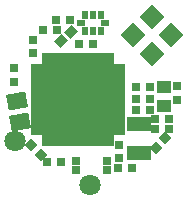
<source format=gts>
%FSTAX23Y23*%
%MOIN*%
%SFA1B1*%

%IPPOS*%
%AMD31*
4,1,4,-0.027400,-0.031800,0.036600,-0.020600,0.027400,0.031800,-0.036600,0.020600,-0.027400,-0.031800,0.0*
%
%AMD33*
4,1,4,0.002100,0.024400,-0.024400,-0.002100,-0.002100,-0.024400,0.024400,0.002100,0.002100,0.024400,0.0*
%
%AMD36*
4,1,4,-0.040400,0.000000,0.000000,-0.040400,0.040400,0.000000,0.000000,0.040400,-0.040400,0.000000,0.0*
%
%AMD40*
4,1,4,0.000000,-0.020900,0.020900,0.000000,0.000000,0.020900,-0.020900,0.000000,0.000000,-0.020900,0.0*
%
%AMD41*
4,1,4,-0.020900,0.000000,0.000000,-0.020900,0.020900,0.000000,0.000000,0.020900,-0.020900,0.000000,0.0*
%
%ADD28R,0.232410X0.232410*%
%ADD29R,0.019810X0.041470*%
%ADD30R,0.041470X0.019810*%
G04~CAMADD=31~9~0.0~0.0~650.9~532.8~0.0~0.0~0~0.0~0.0~0.0~0.0~0~0.0~0.0~0.0~0.0~0~0.0~0.0~0.0~190.0~732.0~635.0*
%ADD31D31*%
%ADD32R,0.047370X0.043430*%
G04~CAMADD=33~9~0.0~0.0~375.3~316.2~0.0~0.0~0~0.0~0.0~0.0~0.0~0~0.0~0.0~0.0~0.0~0~0.0~0.0~0.0~45.0~488.0~487.0*
%ADD33D33*%
%ADD34R,0.029650X0.029650*%
%ADD35R,0.078870X0.047370*%
G04~CAMADD=36~10~0.0~572.1~0.0~0.0~0.0~0.0~0~0.0~0.0~0.0~0.0~0~0.0~0.0~0.0~0.0~0~0.0~0.0~0.0~135.0~572.1~0.0*
%ADD36D36*%
%ADD37R,0.023750X0.031620*%
%ADD38R,0.031620X0.023750*%
%ADD39R,0.029650X0.029650*%
G04~CAMADD=40~10~0.0~296.6~0.0~0.0~0.0~0.0~0~0.0~0.0~0.0~0.0~0~0.0~0.0~0.0~0.0~0~0.0~0.0~0.0~225.0~296.6~0.0*
%ADD40D40*%
G04~CAMADD=41~10~0.0~296.6~0.0~0.0~0.0~0.0~0~0.0~0.0~0.0~0.0~0~0.0~0.0~0.0~0.0~0~0.0~0.0~0.0~135.0~296.6~0.0*
%ADD41D41*%
%ADD42C,0.070990*%
%LNlogger_layout_v2_5mil-1*%
%LPD*%
G54D28*
X0025Y00284D03*
G54D29*
X00358Y00148D03*
X00338D03*
X00318D03*
X00299D03*
X00279D03*
X00259D03*
X0024D03*
X0022D03*
X002D03*
X00181D03*
X00161D03*
X00141D03*
Y0042D03*
X00161D03*
X00181D03*
X002D03*
X0022D03*
X0024D03*
X00259D03*
X00279D03*
X00299D03*
X00318D03*
X00338D03*
X00358D03*
G54D30*
X00114Y00175D03*
Y00195D03*
Y00215D03*
Y00234D03*
Y00254D03*
Y00274D03*
Y00294D03*
Y00313D03*
Y00333D03*
Y00353D03*
Y00372D03*
Y00392D03*
X00385D03*
Y00372D03*
Y00353D03*
Y00333D03*
Y00313D03*
Y00294D03*
Y00274D03*
Y00254D03*
Y00234D03*
Y00215D03*
Y00195D03*
Y00175D03*
G54D31*
X00057Y0021D03*
X00045Y00279D03*
G54D32*
X00535Y00263D03*
Y00326D03*
G54D33*
X00194Y00479D03*
X00225Y0051D03*
G54D34*
X00242Y00079D03*
Y0005D03*
X00347D03*
Y00079D03*
X00382Y00055D03*
X00428D03*
X00147Y00075D03*
X00193D03*
X00507Y0022D03*
X00553D03*
X00488Y00325D03*
X00442D03*
X00298Y0047D03*
X00252D03*
X00553Y00185D03*
X00507D03*
X00488Y00285D03*
X00442D03*
X00488Y0025D03*
X00442D03*
X00132Y00515D03*
X00178D03*
X00223Y0055D03*
X00177D03*
G54D35*
X00454Y00203D03*
Y00104D03*
G54D36*
X00497Y0056D03*
X00434Y00497D03*
X0056D03*
X00497Y00434D03*
G54D37*
X00274Y00566D03*
X003D03*
X00325D03*
X00274Y00513D03*
X003D03*
X00325D03*
G54D38*
X00339Y0054D03*
X0026D03*
G54D39*
X001Y00437D03*
Y00483D03*
X00385Y00087D03*
Y00133D03*
X0058Y00282D03*
Y00328D03*
X00035Y00388D03*
Y00342D03*
G54D40*
X00093Y00131D03*
X00126Y00098D03*
G54D41*
X00541Y00156D03*
X00508Y00123D03*
G54D42*
X0029Y0D03*
X0004Y00145D03*
M02*
</source>
